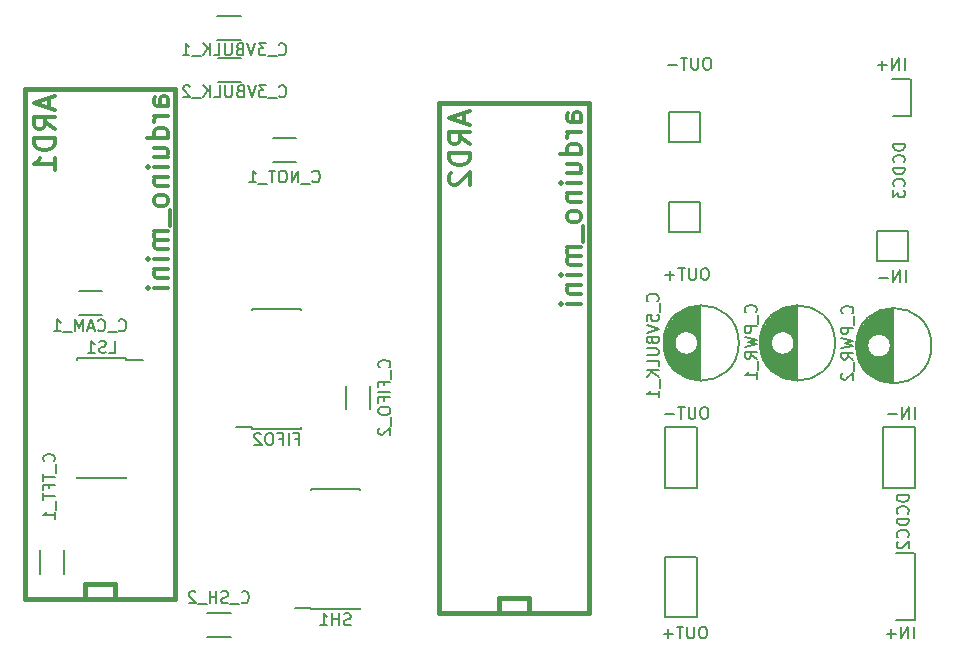
<source format=gbo>
G04 #@! TF.FileFunction,Legend,Bot*
%FSLAX46Y46*%
G04 Gerber Fmt 4.6, Leading zero omitted, Abs format (unit mm)*
G04 Created by KiCad (PCBNEW 4.0.4-stable) date 10/09/16 23:20:07*
%MOMM*%
%LPD*%
G01*
G04 APERTURE LIST*
%ADD10C,0.100000*%
%ADD11C,0.150000*%
%ADD12C,0.381000*%
%ADD13C,0.304800*%
G04 APERTURE END LIST*
D10*
D11*
X77943200Y-72914400D02*
X79943200Y-72914400D01*
X79943200Y-74964400D02*
X77943200Y-74964400D01*
X102599600Y-80965800D02*
X102599600Y-82965800D01*
X100549600Y-82965800D02*
X100549600Y-80965800D01*
X96389700Y-62023100D02*
X94389700Y-62023100D01*
X94389700Y-59973100D02*
X96389700Y-59973100D01*
X138730600Y-74194000D02*
X138730600Y-80492000D01*
X138590600Y-74200000D02*
X138590600Y-80486000D01*
X138450600Y-74213000D02*
X138450600Y-76897000D01*
X138450600Y-77789000D02*
X138450600Y-80473000D01*
X138310600Y-74232000D02*
X138310600Y-76687000D01*
X138310600Y-77999000D02*
X138310600Y-80454000D01*
X138170600Y-74258000D02*
X138170600Y-76554000D01*
X138170600Y-78132000D02*
X138170600Y-80428000D01*
X138030600Y-74290000D02*
X138030600Y-76463000D01*
X138030600Y-78223000D02*
X138030600Y-80396000D01*
X137890600Y-74329000D02*
X137890600Y-76401000D01*
X137890600Y-78285000D02*
X137890600Y-80357000D01*
X137750600Y-74375000D02*
X137750600Y-76362000D01*
X137750600Y-78324000D02*
X137750600Y-80311000D01*
X137610600Y-74428000D02*
X137610600Y-76345000D01*
X137610600Y-78341000D02*
X137610600Y-80258000D01*
X137470600Y-74490000D02*
X137470600Y-76347000D01*
X137470600Y-78339000D02*
X137470600Y-80196000D01*
X137330600Y-74560000D02*
X137330600Y-76369000D01*
X137330600Y-78317000D02*
X137330600Y-80126000D01*
X137190600Y-74639000D02*
X137190600Y-76412000D01*
X137190600Y-78274000D02*
X137190600Y-80047000D01*
X137050600Y-74727000D02*
X137050600Y-76480000D01*
X137050600Y-78206000D02*
X137050600Y-79959000D01*
X136910600Y-74827000D02*
X136910600Y-76579000D01*
X136910600Y-78107000D02*
X136910600Y-79859000D01*
X136770600Y-74939000D02*
X136770600Y-76724000D01*
X136770600Y-77962000D02*
X136770600Y-79747000D01*
X136630600Y-75064000D02*
X136630600Y-76963000D01*
X136630600Y-77723000D02*
X136630600Y-79622000D01*
X136490600Y-75207000D02*
X136490600Y-79479000D01*
X136350600Y-75369000D02*
X136350600Y-79317000D01*
X136210600Y-75557000D02*
X136210600Y-79129000D01*
X136070600Y-75780000D02*
X136070600Y-78906000D01*
X135930600Y-76056000D02*
X135930600Y-78630000D01*
X135790600Y-76431000D02*
X135790600Y-78255000D01*
X138555600Y-77343000D02*
G75*
G03X138555600Y-77343000I-1000000J0D01*
G01*
X141993100Y-77343000D02*
G75*
G03X141993100Y-77343000I-3187500J0D01*
G01*
X146884000Y-74422600D02*
X146884000Y-80720600D01*
X146744000Y-74428600D02*
X146744000Y-80714600D01*
X146604000Y-74441600D02*
X146604000Y-77125600D01*
X146604000Y-78017600D02*
X146604000Y-80701600D01*
X146464000Y-74460600D02*
X146464000Y-76915600D01*
X146464000Y-78227600D02*
X146464000Y-80682600D01*
X146324000Y-74486600D02*
X146324000Y-76782600D01*
X146324000Y-78360600D02*
X146324000Y-80656600D01*
X146184000Y-74518600D02*
X146184000Y-76691600D01*
X146184000Y-78451600D02*
X146184000Y-80624600D01*
X146044000Y-74557600D02*
X146044000Y-76629600D01*
X146044000Y-78513600D02*
X146044000Y-80585600D01*
X145904000Y-74603600D02*
X145904000Y-76590600D01*
X145904000Y-78552600D02*
X145904000Y-80539600D01*
X145764000Y-74656600D02*
X145764000Y-76573600D01*
X145764000Y-78569600D02*
X145764000Y-80486600D01*
X145624000Y-74718600D02*
X145624000Y-76575600D01*
X145624000Y-78567600D02*
X145624000Y-80424600D01*
X145484000Y-74788600D02*
X145484000Y-76597600D01*
X145484000Y-78545600D02*
X145484000Y-80354600D01*
X145344000Y-74867600D02*
X145344000Y-76640600D01*
X145344000Y-78502600D02*
X145344000Y-80275600D01*
X145204000Y-74955600D02*
X145204000Y-76708600D01*
X145204000Y-78434600D02*
X145204000Y-80187600D01*
X145064000Y-75055600D02*
X145064000Y-76807600D01*
X145064000Y-78335600D02*
X145064000Y-80087600D01*
X144924000Y-75167600D02*
X144924000Y-76952600D01*
X144924000Y-78190600D02*
X144924000Y-79975600D01*
X144784000Y-75292600D02*
X144784000Y-77191600D01*
X144784000Y-77951600D02*
X144784000Y-79850600D01*
X144644000Y-75435600D02*
X144644000Y-79707600D01*
X144504000Y-75597600D02*
X144504000Y-79545600D01*
X144364000Y-75785600D02*
X144364000Y-79357600D01*
X144224000Y-76008600D02*
X144224000Y-79134600D01*
X144084000Y-76284600D02*
X144084000Y-78858600D01*
X143944000Y-76659600D02*
X143944000Y-78483600D01*
X146709000Y-77571600D02*
G75*
G03X146709000Y-77571600I-1000000J0D01*
G01*
X150146500Y-77571600D02*
G75*
G03X150146500Y-77571600I-3187500J0D01*
G01*
X88814400Y-100194000D02*
X90814400Y-100194000D01*
X90814400Y-102244000D02*
X88814400Y-102244000D01*
X74667000Y-96910400D02*
X74667000Y-94910400D01*
X76717000Y-94910400D02*
X76717000Y-96910400D01*
X130265200Y-95441600D02*
X130265200Y-100581600D01*
X127565200Y-95441600D02*
X130245200Y-95441600D01*
X130245200Y-100581600D02*
X127565200Y-100581600D01*
X127565200Y-95441600D02*
X127565200Y-100581600D01*
X127565200Y-84441600D02*
X127565200Y-89581600D01*
X130245200Y-89581600D02*
X127565200Y-89581600D01*
X127565200Y-84441600D02*
X130245200Y-84441600D01*
X130265200Y-84441600D02*
X130265200Y-89581600D01*
X148765200Y-84441600D02*
X148765200Y-89581600D01*
X146065200Y-84441600D02*
X148745200Y-84441600D01*
X148745200Y-89581600D02*
X146065200Y-89581600D01*
X146065200Y-84441600D02*
X146065200Y-89581600D01*
X147145200Y-100761600D02*
X148695200Y-100761600D01*
X148695200Y-95161600D02*
X147145200Y-95161600D01*
X148745200Y-95161600D02*
X148745200Y-100761600D01*
X127909600Y-57769600D02*
X130589600Y-57769600D01*
X130589600Y-57769600D02*
X130589600Y-60309600D01*
X130589600Y-60309600D02*
X127909600Y-60309600D01*
X127909600Y-60309600D02*
X127909600Y-57769600D01*
X127909600Y-67909600D02*
X127909600Y-65369600D01*
X130589600Y-67909600D02*
X127909600Y-67909600D01*
X130589600Y-65369600D02*
X130589600Y-67909600D01*
X127909600Y-65369600D02*
X130589600Y-65369600D01*
X145509600Y-67869600D02*
X148189600Y-67869600D01*
X148189600Y-67869600D02*
X148189600Y-70409600D01*
X148189600Y-70409600D02*
X145509600Y-70409600D01*
X145509600Y-70409600D02*
X145509600Y-67869600D01*
X146889600Y-58089600D02*
X148439600Y-58089600D01*
X148339600Y-54989600D02*
X146789600Y-54989600D01*
X148389600Y-54989600D02*
X148389600Y-58089600D01*
X92641600Y-84602400D02*
X92641600Y-84497400D01*
X96791600Y-84602400D02*
X96791600Y-84497400D01*
X96791600Y-74452400D02*
X96791600Y-74557400D01*
X92641600Y-74452400D02*
X92641600Y-74557400D01*
X92641600Y-84602400D02*
X96791600Y-84602400D01*
X92641600Y-74452400D02*
X96791600Y-74452400D01*
X92641600Y-84497400D02*
X91266600Y-84497400D01*
X81983400Y-78643400D02*
X81983400Y-78748400D01*
X77833400Y-78643400D02*
X77833400Y-78748400D01*
X77833400Y-88793400D02*
X77833400Y-88688400D01*
X81983400Y-88793400D02*
X81983400Y-88688400D01*
X81983400Y-78643400D02*
X77833400Y-78643400D01*
X81983400Y-88793400D02*
X77833400Y-88793400D01*
X81983400Y-78748400D02*
X83358400Y-78748400D01*
X97620000Y-99867800D02*
X97620000Y-99762800D01*
X101770000Y-99867800D02*
X101770000Y-99762800D01*
X101770000Y-89717800D02*
X101770000Y-89822800D01*
X97620000Y-89717800D02*
X97620000Y-89822800D01*
X97620000Y-99867800D02*
X101770000Y-99867800D01*
X97620000Y-89717800D02*
X101770000Y-89717800D01*
X97620000Y-99762800D02*
X96245000Y-99762800D01*
D12*
X86106000Y-99060000D02*
X86106000Y-55880000D01*
X86106000Y-55880000D02*
X73406000Y-55880000D01*
X73406000Y-55880000D02*
X73406000Y-99060000D01*
X73406000Y-99060000D02*
X86106000Y-99060000D01*
X78486000Y-99060000D02*
X78486000Y-97790000D01*
X78486000Y-97790000D02*
X81026000Y-97790000D01*
X81026000Y-97790000D02*
X81026000Y-99060000D01*
X121132600Y-100203000D02*
X121132600Y-57023000D01*
X121132600Y-57023000D02*
X108432600Y-57023000D01*
X108432600Y-57023000D02*
X108432600Y-100203000D01*
X108432600Y-100203000D02*
X121132600Y-100203000D01*
X113512600Y-100203000D02*
X113512600Y-98933000D01*
X113512600Y-98933000D02*
X116052600Y-98933000D01*
X116052600Y-98933000D02*
X116052600Y-100203000D01*
D11*
X91678000Y-51698000D02*
X89678000Y-51698000D01*
X89678000Y-49648000D02*
X91678000Y-49648000D01*
X91716100Y-55279400D02*
X89716100Y-55279400D01*
X89716100Y-53229400D02*
X91716100Y-53229400D01*
X130577200Y-74194000D02*
X130577200Y-80492000D01*
X130437200Y-74200000D02*
X130437200Y-80486000D01*
X130297200Y-74213000D02*
X130297200Y-76897000D01*
X130297200Y-77789000D02*
X130297200Y-80473000D01*
X130157200Y-74232000D02*
X130157200Y-76687000D01*
X130157200Y-77999000D02*
X130157200Y-80454000D01*
X130017200Y-74258000D02*
X130017200Y-76554000D01*
X130017200Y-78132000D02*
X130017200Y-80428000D01*
X129877200Y-74290000D02*
X129877200Y-76463000D01*
X129877200Y-78223000D02*
X129877200Y-80396000D01*
X129737200Y-74329000D02*
X129737200Y-76401000D01*
X129737200Y-78285000D02*
X129737200Y-80357000D01*
X129597200Y-74375000D02*
X129597200Y-76362000D01*
X129597200Y-78324000D02*
X129597200Y-80311000D01*
X129457200Y-74428000D02*
X129457200Y-76345000D01*
X129457200Y-78341000D02*
X129457200Y-80258000D01*
X129317200Y-74490000D02*
X129317200Y-76347000D01*
X129317200Y-78339000D02*
X129317200Y-80196000D01*
X129177200Y-74560000D02*
X129177200Y-76369000D01*
X129177200Y-78317000D02*
X129177200Y-80126000D01*
X129037200Y-74639000D02*
X129037200Y-76412000D01*
X129037200Y-78274000D02*
X129037200Y-80047000D01*
X128897200Y-74727000D02*
X128897200Y-76480000D01*
X128897200Y-78206000D02*
X128897200Y-79959000D01*
X128757200Y-74827000D02*
X128757200Y-76579000D01*
X128757200Y-78107000D02*
X128757200Y-79859000D01*
X128617200Y-74939000D02*
X128617200Y-76724000D01*
X128617200Y-77962000D02*
X128617200Y-79747000D01*
X128477200Y-75064000D02*
X128477200Y-76963000D01*
X128477200Y-77723000D02*
X128477200Y-79622000D01*
X128337200Y-75207000D02*
X128337200Y-79479000D01*
X128197200Y-75369000D02*
X128197200Y-79317000D01*
X128057200Y-75557000D02*
X128057200Y-79129000D01*
X127917200Y-75780000D02*
X127917200Y-78906000D01*
X127777200Y-76056000D02*
X127777200Y-78630000D01*
X127637200Y-76431000D02*
X127637200Y-78255000D01*
X130402200Y-77343000D02*
G75*
G03X130402200Y-77343000I-1000000J0D01*
G01*
X133839700Y-77343000D02*
G75*
G03X133839700Y-77343000I-3187500J0D01*
G01*
X81346371Y-76252343D02*
X81393990Y-76299962D01*
X81536847Y-76347581D01*
X81632085Y-76347581D01*
X81774943Y-76299962D01*
X81870181Y-76204724D01*
X81917800Y-76109486D01*
X81965419Y-75919010D01*
X81965419Y-75776152D01*
X81917800Y-75585676D01*
X81870181Y-75490438D01*
X81774943Y-75395200D01*
X81632085Y-75347581D01*
X81536847Y-75347581D01*
X81393990Y-75395200D01*
X81346371Y-75442819D01*
X81155895Y-76442819D02*
X80393990Y-76442819D01*
X79584466Y-76252343D02*
X79632085Y-76299962D01*
X79774942Y-76347581D01*
X79870180Y-76347581D01*
X80013038Y-76299962D01*
X80108276Y-76204724D01*
X80155895Y-76109486D01*
X80203514Y-75919010D01*
X80203514Y-75776152D01*
X80155895Y-75585676D01*
X80108276Y-75490438D01*
X80013038Y-75395200D01*
X79870180Y-75347581D01*
X79774942Y-75347581D01*
X79632085Y-75395200D01*
X79584466Y-75442819D01*
X79203514Y-76061867D02*
X78727323Y-76061867D01*
X79298752Y-76347581D02*
X78965419Y-75347581D01*
X78632085Y-76347581D01*
X78298752Y-76347581D02*
X78298752Y-75347581D01*
X77965418Y-76061867D01*
X77632085Y-75347581D01*
X77632085Y-76347581D01*
X77393990Y-76442819D02*
X76632085Y-76442819D01*
X75870180Y-76347581D02*
X76441609Y-76347581D01*
X76155895Y-76347581D02*
X76155895Y-75347581D01*
X76251133Y-75490438D01*
X76346371Y-75585676D01*
X76441609Y-75633295D01*
X104231743Y-79418181D02*
X104279362Y-79370562D01*
X104326981Y-79227705D01*
X104326981Y-79132467D01*
X104279362Y-78989609D01*
X104184124Y-78894371D01*
X104088886Y-78846752D01*
X103898410Y-78799133D01*
X103755552Y-78799133D01*
X103565076Y-78846752D01*
X103469838Y-78894371D01*
X103374600Y-78989609D01*
X103326981Y-79132467D01*
X103326981Y-79227705D01*
X103374600Y-79370562D01*
X103422219Y-79418181D01*
X104422219Y-79608657D02*
X104422219Y-80370562D01*
X103803171Y-80941991D02*
X103803171Y-80608657D01*
X104326981Y-80608657D02*
X103326981Y-80608657D01*
X103326981Y-81084848D01*
X104326981Y-81465800D02*
X103326981Y-81465800D01*
X103803171Y-82275324D02*
X103803171Y-81941990D01*
X104326981Y-81941990D02*
X103326981Y-81941990D01*
X103326981Y-82418181D01*
X103326981Y-82989609D02*
X103326981Y-83180086D01*
X103374600Y-83275324D01*
X103469838Y-83370562D01*
X103660314Y-83418181D01*
X103993648Y-83418181D01*
X104184124Y-83370562D01*
X104279362Y-83275324D01*
X104326981Y-83180086D01*
X104326981Y-82989609D01*
X104279362Y-82894371D01*
X104184124Y-82799133D01*
X103993648Y-82751514D01*
X103660314Y-82751514D01*
X103469838Y-82799133D01*
X103374600Y-82894371D01*
X103326981Y-82989609D01*
X104422219Y-83608657D02*
X104422219Y-84370562D01*
X103422219Y-84561038D02*
X103374600Y-84608657D01*
X103326981Y-84703895D01*
X103326981Y-84941991D01*
X103374600Y-85037229D01*
X103422219Y-85084848D01*
X103517457Y-85132467D01*
X103612695Y-85132467D01*
X103755552Y-85084848D01*
X104326981Y-84513419D01*
X104326981Y-85132467D01*
X97746843Y-63655243D02*
X97794462Y-63702862D01*
X97937319Y-63750481D01*
X98032557Y-63750481D01*
X98175415Y-63702862D01*
X98270653Y-63607624D01*
X98318272Y-63512386D01*
X98365891Y-63321910D01*
X98365891Y-63179052D01*
X98318272Y-62988576D01*
X98270653Y-62893338D01*
X98175415Y-62798100D01*
X98032557Y-62750481D01*
X97937319Y-62750481D01*
X97794462Y-62798100D01*
X97746843Y-62845719D01*
X97556367Y-63845719D02*
X96794462Y-63845719D01*
X96556367Y-63750481D02*
X96556367Y-62750481D01*
X95984938Y-63750481D01*
X95984938Y-62750481D01*
X95318272Y-62750481D02*
X95127795Y-62750481D01*
X95032557Y-62798100D01*
X94937319Y-62893338D01*
X94889700Y-63083814D01*
X94889700Y-63417148D01*
X94937319Y-63607624D01*
X95032557Y-63702862D01*
X95127795Y-63750481D01*
X95318272Y-63750481D01*
X95413510Y-63702862D01*
X95508748Y-63607624D01*
X95556367Y-63417148D01*
X95556367Y-63083814D01*
X95508748Y-62893338D01*
X95413510Y-62798100D01*
X95318272Y-62750481D01*
X94603986Y-62750481D02*
X94032557Y-62750481D01*
X94318272Y-63750481D02*
X94318272Y-62750481D01*
X93937319Y-63845719D02*
X93175414Y-63845719D01*
X92413509Y-63750481D02*
X92984938Y-63750481D01*
X92699224Y-63750481D02*
X92699224Y-62750481D01*
X92794462Y-62893338D01*
X92889700Y-62988576D01*
X92984938Y-63036195D01*
X135256543Y-74754100D02*
X135304162Y-74706481D01*
X135351781Y-74563624D01*
X135351781Y-74468386D01*
X135304162Y-74325528D01*
X135208924Y-74230290D01*
X135113686Y-74182671D01*
X134923210Y-74135052D01*
X134780352Y-74135052D01*
X134589876Y-74182671D01*
X134494638Y-74230290D01*
X134399400Y-74325528D01*
X134351781Y-74468386D01*
X134351781Y-74563624D01*
X134399400Y-74706481D01*
X134447019Y-74754100D01*
X135447019Y-74944576D02*
X135447019Y-75706481D01*
X135351781Y-75944576D02*
X134351781Y-75944576D01*
X134351781Y-76325529D01*
X134399400Y-76420767D01*
X134447019Y-76468386D01*
X134542257Y-76516005D01*
X134685114Y-76516005D01*
X134780352Y-76468386D01*
X134827971Y-76420767D01*
X134875590Y-76325529D01*
X134875590Y-75944576D01*
X134351781Y-76849338D02*
X135351781Y-77087433D01*
X134637495Y-77277910D01*
X135351781Y-77468386D01*
X134351781Y-77706481D01*
X135351781Y-78658862D02*
X134875590Y-78325528D01*
X135351781Y-78087433D02*
X134351781Y-78087433D01*
X134351781Y-78468386D01*
X134399400Y-78563624D01*
X134447019Y-78611243D01*
X134542257Y-78658862D01*
X134685114Y-78658862D01*
X134780352Y-78611243D01*
X134827971Y-78563624D01*
X134875590Y-78468386D01*
X134875590Y-78087433D01*
X135447019Y-78849338D02*
X135447019Y-79611243D01*
X135351781Y-80373148D02*
X135351781Y-79801719D01*
X135351781Y-80087433D02*
X134351781Y-80087433D01*
X134494638Y-79992195D01*
X134589876Y-79896957D01*
X134637495Y-79801719D01*
X143435343Y-74843000D02*
X143482962Y-74795381D01*
X143530581Y-74652524D01*
X143530581Y-74557286D01*
X143482962Y-74414428D01*
X143387724Y-74319190D01*
X143292486Y-74271571D01*
X143102010Y-74223952D01*
X142959152Y-74223952D01*
X142768676Y-74271571D01*
X142673438Y-74319190D01*
X142578200Y-74414428D01*
X142530581Y-74557286D01*
X142530581Y-74652524D01*
X142578200Y-74795381D01*
X142625819Y-74843000D01*
X143625819Y-75033476D02*
X143625819Y-75795381D01*
X143530581Y-76033476D02*
X142530581Y-76033476D01*
X142530581Y-76414429D01*
X142578200Y-76509667D01*
X142625819Y-76557286D01*
X142721057Y-76604905D01*
X142863914Y-76604905D01*
X142959152Y-76557286D01*
X143006771Y-76509667D01*
X143054390Y-76414429D01*
X143054390Y-76033476D01*
X142530581Y-76938238D02*
X143530581Y-77176333D01*
X142816295Y-77366810D01*
X143530581Y-77557286D01*
X142530581Y-77795381D01*
X143530581Y-78747762D02*
X143054390Y-78414428D01*
X143530581Y-78176333D02*
X142530581Y-78176333D01*
X142530581Y-78557286D01*
X142578200Y-78652524D01*
X142625819Y-78700143D01*
X142721057Y-78747762D01*
X142863914Y-78747762D01*
X142959152Y-78700143D01*
X143006771Y-78652524D01*
X143054390Y-78557286D01*
X143054390Y-78176333D01*
X143625819Y-78938238D02*
X143625819Y-79700143D01*
X142625819Y-79890619D02*
X142578200Y-79938238D01*
X142530581Y-80033476D01*
X142530581Y-80271572D01*
X142578200Y-80366810D01*
X142625819Y-80414429D01*
X142721057Y-80462048D01*
X142816295Y-80462048D01*
X142959152Y-80414429D01*
X143530581Y-79843000D01*
X143530581Y-80462048D01*
X91742971Y-99276143D02*
X91790590Y-99323762D01*
X91933447Y-99371381D01*
X92028685Y-99371381D01*
X92171543Y-99323762D01*
X92266781Y-99228524D01*
X92314400Y-99133286D01*
X92362019Y-98942810D01*
X92362019Y-98799952D01*
X92314400Y-98609476D01*
X92266781Y-98514238D01*
X92171543Y-98419000D01*
X92028685Y-98371381D01*
X91933447Y-98371381D01*
X91790590Y-98419000D01*
X91742971Y-98466619D01*
X91552495Y-99466619D02*
X90790590Y-99466619D01*
X90600114Y-99323762D02*
X90457257Y-99371381D01*
X90219161Y-99371381D01*
X90123923Y-99323762D01*
X90076304Y-99276143D01*
X90028685Y-99180905D01*
X90028685Y-99085667D01*
X90076304Y-98990429D01*
X90123923Y-98942810D01*
X90219161Y-98895190D01*
X90409638Y-98847571D01*
X90504876Y-98799952D01*
X90552495Y-98752333D01*
X90600114Y-98657095D01*
X90600114Y-98561857D01*
X90552495Y-98466619D01*
X90504876Y-98419000D01*
X90409638Y-98371381D01*
X90171542Y-98371381D01*
X90028685Y-98419000D01*
X89600114Y-99371381D02*
X89600114Y-98371381D01*
X89600114Y-98847571D02*
X89028685Y-98847571D01*
X89028685Y-99371381D02*
X89028685Y-98371381D01*
X88790590Y-99466619D02*
X88028685Y-99466619D01*
X87838209Y-98466619D02*
X87790590Y-98419000D01*
X87695352Y-98371381D01*
X87457256Y-98371381D01*
X87362018Y-98419000D01*
X87314399Y-98466619D01*
X87266780Y-98561857D01*
X87266780Y-98657095D01*
X87314399Y-98799952D01*
X87885828Y-99371381D01*
X87266780Y-99371381D01*
X75845943Y-87377852D02*
X75893562Y-87330233D01*
X75941181Y-87187376D01*
X75941181Y-87092138D01*
X75893562Y-86949280D01*
X75798324Y-86854042D01*
X75703086Y-86806423D01*
X75512610Y-86758804D01*
X75369752Y-86758804D01*
X75179276Y-86806423D01*
X75084038Y-86854042D01*
X74988800Y-86949280D01*
X74941181Y-87092138D01*
X74941181Y-87187376D01*
X74988800Y-87330233D01*
X75036419Y-87377852D01*
X76036419Y-87568328D02*
X76036419Y-88330233D01*
X74941181Y-88425471D02*
X74941181Y-88996900D01*
X75941181Y-88711185D02*
X74941181Y-88711185D01*
X75417371Y-89663567D02*
X75417371Y-89330233D01*
X75941181Y-89330233D02*
X74941181Y-89330233D01*
X74941181Y-89806424D01*
X74941181Y-90044519D02*
X74941181Y-90615948D01*
X75941181Y-90330233D02*
X74941181Y-90330233D01*
X76036419Y-90711186D02*
X76036419Y-91473091D01*
X75941181Y-92234996D02*
X75941181Y-91663567D01*
X75941181Y-91949281D02*
X74941181Y-91949281D01*
X75084038Y-91854043D01*
X75179276Y-91758805D01*
X75226895Y-91663567D01*
X148229581Y-90217905D02*
X147229581Y-90217905D01*
X147229581Y-90456000D01*
X147277200Y-90598858D01*
X147372438Y-90694096D01*
X147467676Y-90741715D01*
X147658152Y-90789334D01*
X147801010Y-90789334D01*
X147991486Y-90741715D01*
X148086724Y-90694096D01*
X148181962Y-90598858D01*
X148229581Y-90456000D01*
X148229581Y-90217905D01*
X148134343Y-91789334D02*
X148181962Y-91741715D01*
X148229581Y-91598858D01*
X148229581Y-91503620D01*
X148181962Y-91360762D01*
X148086724Y-91265524D01*
X147991486Y-91217905D01*
X147801010Y-91170286D01*
X147658152Y-91170286D01*
X147467676Y-91217905D01*
X147372438Y-91265524D01*
X147277200Y-91360762D01*
X147229581Y-91503620D01*
X147229581Y-91598858D01*
X147277200Y-91741715D01*
X147324819Y-91789334D01*
X148229581Y-92217905D02*
X147229581Y-92217905D01*
X147229581Y-92456000D01*
X147277200Y-92598858D01*
X147372438Y-92694096D01*
X147467676Y-92741715D01*
X147658152Y-92789334D01*
X147801010Y-92789334D01*
X147991486Y-92741715D01*
X148086724Y-92694096D01*
X148181962Y-92598858D01*
X148229581Y-92456000D01*
X148229581Y-92217905D01*
X148134343Y-93789334D02*
X148181962Y-93741715D01*
X148229581Y-93598858D01*
X148229581Y-93503620D01*
X148181962Y-93360762D01*
X148086724Y-93265524D01*
X147991486Y-93217905D01*
X147801010Y-93170286D01*
X147658152Y-93170286D01*
X147467676Y-93217905D01*
X147372438Y-93265524D01*
X147277200Y-93360762D01*
X147229581Y-93503620D01*
X147229581Y-93598858D01*
X147277200Y-93741715D01*
X147324819Y-93789334D01*
X147324819Y-94170286D02*
X147277200Y-94217905D01*
X147229581Y-94313143D01*
X147229581Y-94551239D01*
X147277200Y-94646477D01*
X147324819Y-94694096D01*
X147420057Y-94741715D01*
X147515295Y-94741715D01*
X147658152Y-94694096D01*
X148229581Y-94122667D01*
X148229581Y-94741715D01*
X131014248Y-82763981D02*
X130823771Y-82763981D01*
X130728533Y-82811600D01*
X130633295Y-82906838D01*
X130585676Y-83097314D01*
X130585676Y-83430648D01*
X130633295Y-83621124D01*
X130728533Y-83716362D01*
X130823771Y-83763981D01*
X131014248Y-83763981D01*
X131109486Y-83716362D01*
X131204724Y-83621124D01*
X131252343Y-83430648D01*
X131252343Y-83097314D01*
X131204724Y-82906838D01*
X131109486Y-82811600D01*
X131014248Y-82763981D01*
X130157105Y-82763981D02*
X130157105Y-83573505D01*
X130109486Y-83668743D01*
X130061867Y-83716362D01*
X129966629Y-83763981D01*
X129776152Y-83763981D01*
X129680914Y-83716362D01*
X129633295Y-83668743D01*
X129585676Y-83573505D01*
X129585676Y-82763981D01*
X129252343Y-82763981D02*
X128680914Y-82763981D01*
X128966629Y-83763981D02*
X128966629Y-82763981D01*
X128347581Y-83383029D02*
X127585676Y-83383029D01*
X130914248Y-101363981D02*
X130723771Y-101363981D01*
X130628533Y-101411600D01*
X130533295Y-101506838D01*
X130485676Y-101697314D01*
X130485676Y-102030648D01*
X130533295Y-102221124D01*
X130628533Y-102316362D01*
X130723771Y-102363981D01*
X130914248Y-102363981D01*
X131009486Y-102316362D01*
X131104724Y-102221124D01*
X131152343Y-102030648D01*
X131152343Y-101697314D01*
X131104724Y-101506838D01*
X131009486Y-101411600D01*
X130914248Y-101363981D01*
X130057105Y-101363981D02*
X130057105Y-102173505D01*
X130009486Y-102268743D01*
X129961867Y-102316362D01*
X129866629Y-102363981D01*
X129676152Y-102363981D01*
X129580914Y-102316362D01*
X129533295Y-102268743D01*
X129485676Y-102173505D01*
X129485676Y-101363981D01*
X129152343Y-101363981D02*
X128580914Y-101363981D01*
X128866629Y-102363981D02*
X128866629Y-101363981D01*
X128247581Y-101983029D02*
X127485676Y-101983029D01*
X127866628Y-102363981D02*
X127866628Y-101602076D01*
X148738057Y-83763981D02*
X148738057Y-82763981D01*
X148261867Y-83763981D02*
X148261867Y-82763981D01*
X147690438Y-83763981D01*
X147690438Y-82763981D01*
X147214248Y-83383029D02*
X146452343Y-83383029D01*
X148638057Y-102363981D02*
X148638057Y-101363981D01*
X148161867Y-102363981D02*
X148161867Y-101363981D01*
X147590438Y-102363981D01*
X147590438Y-101363981D01*
X147114248Y-101983029D02*
X146352343Y-101983029D01*
X146733295Y-102363981D02*
X146733295Y-101602076D01*
X147899381Y-60487205D02*
X146899381Y-60487205D01*
X146899381Y-60725300D01*
X146947000Y-60868158D01*
X147042238Y-60963396D01*
X147137476Y-61011015D01*
X147327952Y-61058634D01*
X147470810Y-61058634D01*
X147661286Y-61011015D01*
X147756524Y-60963396D01*
X147851762Y-60868158D01*
X147899381Y-60725300D01*
X147899381Y-60487205D01*
X147804143Y-62058634D02*
X147851762Y-62011015D01*
X147899381Y-61868158D01*
X147899381Y-61772920D01*
X147851762Y-61630062D01*
X147756524Y-61534824D01*
X147661286Y-61487205D01*
X147470810Y-61439586D01*
X147327952Y-61439586D01*
X147137476Y-61487205D01*
X147042238Y-61534824D01*
X146947000Y-61630062D01*
X146899381Y-61772920D01*
X146899381Y-61868158D01*
X146947000Y-62011015D01*
X146994619Y-62058634D01*
X147899381Y-62487205D02*
X146899381Y-62487205D01*
X146899381Y-62725300D01*
X146947000Y-62868158D01*
X147042238Y-62963396D01*
X147137476Y-63011015D01*
X147327952Y-63058634D01*
X147470810Y-63058634D01*
X147661286Y-63011015D01*
X147756524Y-62963396D01*
X147851762Y-62868158D01*
X147899381Y-62725300D01*
X147899381Y-62487205D01*
X147804143Y-64058634D02*
X147851762Y-64011015D01*
X147899381Y-63868158D01*
X147899381Y-63772920D01*
X147851762Y-63630062D01*
X147756524Y-63534824D01*
X147661286Y-63487205D01*
X147470810Y-63439586D01*
X147327952Y-63439586D01*
X147137476Y-63487205D01*
X147042238Y-63534824D01*
X146947000Y-63630062D01*
X146899381Y-63772920D01*
X146899381Y-63868158D01*
X146947000Y-64011015D01*
X146994619Y-64058634D01*
X146899381Y-64391967D02*
X146899381Y-65011015D01*
X147280333Y-64677681D01*
X147280333Y-64820539D01*
X147327952Y-64915777D01*
X147375571Y-64963396D01*
X147470810Y-65011015D01*
X147708905Y-65011015D01*
X147804143Y-64963396D01*
X147851762Y-64915777D01*
X147899381Y-64820539D01*
X147899381Y-64534824D01*
X147851762Y-64439586D01*
X147804143Y-64391967D01*
X131258648Y-53191981D02*
X131068171Y-53191981D01*
X130972933Y-53239600D01*
X130877695Y-53334838D01*
X130830076Y-53525314D01*
X130830076Y-53858648D01*
X130877695Y-54049124D01*
X130972933Y-54144362D01*
X131068171Y-54191981D01*
X131258648Y-54191981D01*
X131353886Y-54144362D01*
X131449124Y-54049124D01*
X131496743Y-53858648D01*
X131496743Y-53525314D01*
X131449124Y-53334838D01*
X131353886Y-53239600D01*
X131258648Y-53191981D01*
X130401505Y-53191981D02*
X130401505Y-54001505D01*
X130353886Y-54096743D01*
X130306267Y-54144362D01*
X130211029Y-54191981D01*
X130020552Y-54191981D01*
X129925314Y-54144362D01*
X129877695Y-54096743D01*
X129830076Y-54001505D01*
X129830076Y-53191981D01*
X129496743Y-53191981D02*
X128925314Y-53191981D01*
X129211029Y-54191981D02*
X129211029Y-53191981D01*
X128591981Y-53811029D02*
X127830076Y-53811029D01*
X131058648Y-70991981D02*
X130868171Y-70991981D01*
X130772933Y-71039600D01*
X130677695Y-71134838D01*
X130630076Y-71325314D01*
X130630076Y-71658648D01*
X130677695Y-71849124D01*
X130772933Y-71944362D01*
X130868171Y-71991981D01*
X131058648Y-71991981D01*
X131153886Y-71944362D01*
X131249124Y-71849124D01*
X131296743Y-71658648D01*
X131296743Y-71325314D01*
X131249124Y-71134838D01*
X131153886Y-71039600D01*
X131058648Y-70991981D01*
X130201505Y-70991981D02*
X130201505Y-71801505D01*
X130153886Y-71896743D01*
X130106267Y-71944362D01*
X130011029Y-71991981D01*
X129820552Y-71991981D01*
X129725314Y-71944362D01*
X129677695Y-71896743D01*
X129630076Y-71801505D01*
X129630076Y-70991981D01*
X129296743Y-70991981D02*
X128725314Y-70991981D01*
X129011029Y-71991981D02*
X129011029Y-70991981D01*
X128391981Y-71611029D02*
X127630076Y-71611029D01*
X128011028Y-71991981D02*
X128011028Y-71230076D01*
X147982457Y-72191981D02*
X147982457Y-71191981D01*
X147506267Y-72191981D02*
X147506267Y-71191981D01*
X146934838Y-72191981D01*
X146934838Y-71191981D01*
X146458648Y-71811029D02*
X145696743Y-71811029D01*
X147882457Y-54191981D02*
X147882457Y-53191981D01*
X147406267Y-54191981D02*
X147406267Y-53191981D01*
X146834838Y-54191981D01*
X146834838Y-53191981D01*
X146358648Y-53811029D02*
X145596743Y-53811029D01*
X145977695Y-54191981D02*
X145977695Y-53430076D01*
X96240409Y-85455971D02*
X96573743Y-85455971D01*
X96573743Y-85979781D02*
X96573743Y-84979781D01*
X96097552Y-84979781D01*
X95716600Y-85979781D02*
X95716600Y-84979781D01*
X94907076Y-85455971D02*
X95240410Y-85455971D01*
X95240410Y-85979781D02*
X95240410Y-84979781D01*
X94764219Y-84979781D01*
X94192791Y-84979781D02*
X94002314Y-84979781D01*
X93907076Y-85027400D01*
X93811838Y-85122638D01*
X93764219Y-85313114D01*
X93764219Y-85646448D01*
X93811838Y-85836924D01*
X93907076Y-85932162D01*
X94002314Y-85979781D01*
X94192791Y-85979781D01*
X94288029Y-85932162D01*
X94383267Y-85836924D01*
X94430886Y-85646448D01*
X94430886Y-85313114D01*
X94383267Y-85122638D01*
X94288029Y-85027400D01*
X94192791Y-84979781D01*
X93383267Y-85075019D02*
X93335648Y-85027400D01*
X93240410Y-84979781D01*
X93002314Y-84979781D01*
X92907076Y-85027400D01*
X92859457Y-85075019D01*
X92811838Y-85170257D01*
X92811838Y-85265495D01*
X92859457Y-85408352D01*
X93430886Y-85979781D01*
X92811838Y-85979781D01*
X80551257Y-78170781D02*
X81027448Y-78170781D01*
X81027448Y-77170781D01*
X80265543Y-78123162D02*
X80122686Y-78170781D01*
X79884590Y-78170781D01*
X79789352Y-78123162D01*
X79741733Y-78075543D01*
X79694114Y-77980305D01*
X79694114Y-77885067D01*
X79741733Y-77789829D01*
X79789352Y-77742210D01*
X79884590Y-77694590D01*
X80075067Y-77646971D01*
X80170305Y-77599352D01*
X80217924Y-77551733D01*
X80265543Y-77456495D01*
X80265543Y-77361257D01*
X80217924Y-77266019D01*
X80170305Y-77218400D01*
X80075067Y-77170781D01*
X79836971Y-77170781D01*
X79694114Y-77218400D01*
X78741733Y-78170781D02*
X79313162Y-78170781D01*
X79027448Y-78170781D02*
X79027448Y-77170781D01*
X79122686Y-77313638D01*
X79217924Y-77408876D01*
X79313162Y-77456495D01*
X100980714Y-101197562D02*
X100837857Y-101245181D01*
X100599761Y-101245181D01*
X100504523Y-101197562D01*
X100456904Y-101149943D01*
X100409285Y-101054705D01*
X100409285Y-100959467D01*
X100456904Y-100864229D01*
X100504523Y-100816610D01*
X100599761Y-100768990D01*
X100790238Y-100721371D01*
X100885476Y-100673752D01*
X100933095Y-100626133D01*
X100980714Y-100530895D01*
X100980714Y-100435657D01*
X100933095Y-100340419D01*
X100885476Y-100292800D01*
X100790238Y-100245181D01*
X100552142Y-100245181D01*
X100409285Y-100292800D01*
X99980714Y-101245181D02*
X99980714Y-100245181D01*
X99980714Y-100721371D02*
X99409285Y-100721371D01*
X99409285Y-101245181D02*
X99409285Y-100245181D01*
X98409285Y-101245181D02*
X98980714Y-101245181D01*
X98695000Y-101245181D02*
X98695000Y-100245181D01*
X98790238Y-100388038D01*
X98885476Y-100483276D01*
X98980714Y-100530895D01*
D13*
X75429533Y-56629301D02*
X75429533Y-57475967D01*
X75937533Y-56459967D02*
X74159533Y-57052634D01*
X75937533Y-57645301D01*
X75937533Y-59253967D02*
X75090867Y-58661301D01*
X75937533Y-58237967D02*
X74159533Y-58237967D01*
X74159533Y-58915301D01*
X74244200Y-59084634D01*
X74328867Y-59169301D01*
X74498200Y-59253967D01*
X74752200Y-59253967D01*
X74921533Y-59169301D01*
X75006200Y-59084634D01*
X75090867Y-58915301D01*
X75090867Y-58237967D01*
X75937533Y-60015967D02*
X74159533Y-60015967D01*
X74159533Y-60439301D01*
X74244200Y-60693301D01*
X74413533Y-60862634D01*
X74582867Y-60947301D01*
X74921533Y-61031967D01*
X75175533Y-61031967D01*
X75514200Y-60947301D01*
X75683533Y-60862634D01*
X75852867Y-60693301D01*
X75937533Y-60439301D01*
X75937533Y-60015967D01*
X75937533Y-62725301D02*
X75937533Y-61709301D01*
X75937533Y-62217301D02*
X74159533Y-62217301D01*
X74413533Y-62047967D01*
X74582867Y-61878634D01*
X74667533Y-61709301D01*
X85513333Y-57268531D02*
X84582000Y-57268531D01*
X84412667Y-57183865D01*
X84328000Y-57014531D01*
X84328000Y-56675865D01*
X84412667Y-56506531D01*
X85428667Y-57268531D02*
X85513333Y-57099198D01*
X85513333Y-56675865D01*
X85428667Y-56506531D01*
X85259333Y-56421865D01*
X85090000Y-56421865D01*
X84920667Y-56506531D01*
X84836000Y-56675865D01*
X84836000Y-57099198D01*
X84751333Y-57268531D01*
X85513333Y-58115198D02*
X84328000Y-58115198D01*
X84666667Y-58115198D02*
X84497333Y-58199865D01*
X84412667Y-58284532D01*
X84328000Y-58453865D01*
X84328000Y-58623198D01*
X85513333Y-59977865D02*
X83735333Y-59977865D01*
X85428667Y-59977865D02*
X85513333Y-59808532D01*
X85513333Y-59469865D01*
X85428667Y-59300532D01*
X85344000Y-59215865D01*
X85174667Y-59131199D01*
X84666667Y-59131199D01*
X84497333Y-59215865D01*
X84412667Y-59300532D01*
X84328000Y-59469865D01*
X84328000Y-59808532D01*
X84412667Y-59977865D01*
X84328000Y-61586532D02*
X85513333Y-61586532D01*
X84328000Y-60824532D02*
X85259333Y-60824532D01*
X85428667Y-60909199D01*
X85513333Y-61078532D01*
X85513333Y-61332532D01*
X85428667Y-61501866D01*
X85344000Y-61586532D01*
X85513333Y-62433199D02*
X84328000Y-62433199D01*
X83735333Y-62433199D02*
X83820000Y-62348533D01*
X83904667Y-62433199D01*
X83820000Y-62517866D01*
X83735333Y-62433199D01*
X83904667Y-62433199D01*
X84328000Y-63279866D02*
X85513333Y-63279866D01*
X84497333Y-63279866D02*
X84412667Y-63364533D01*
X84328000Y-63533866D01*
X84328000Y-63787866D01*
X84412667Y-63957200D01*
X84582000Y-64041866D01*
X85513333Y-64041866D01*
X85513333Y-65142533D02*
X85428667Y-64973200D01*
X85344000Y-64888533D01*
X85174667Y-64803867D01*
X84666667Y-64803867D01*
X84497333Y-64888533D01*
X84412667Y-64973200D01*
X84328000Y-65142533D01*
X84328000Y-65396533D01*
X84412667Y-65565867D01*
X84497333Y-65650533D01*
X84666667Y-65735200D01*
X85174667Y-65735200D01*
X85344000Y-65650533D01*
X85428667Y-65565867D01*
X85513333Y-65396533D01*
X85513333Y-65142533D01*
X85682667Y-66073867D02*
X85682667Y-67428534D01*
X85513333Y-67851867D02*
X84328000Y-67851867D01*
X84497333Y-67851867D02*
X84412667Y-67936534D01*
X84328000Y-68105867D01*
X84328000Y-68359867D01*
X84412667Y-68529201D01*
X84582000Y-68613867D01*
X85513333Y-68613867D01*
X84582000Y-68613867D02*
X84412667Y-68698534D01*
X84328000Y-68867867D01*
X84328000Y-69121867D01*
X84412667Y-69291201D01*
X84582000Y-69375867D01*
X85513333Y-69375867D01*
X85513333Y-70222534D02*
X84328000Y-70222534D01*
X83735333Y-70222534D02*
X83820000Y-70137868D01*
X83904667Y-70222534D01*
X83820000Y-70307201D01*
X83735333Y-70222534D01*
X83904667Y-70222534D01*
X84328000Y-71069201D02*
X85513333Y-71069201D01*
X84497333Y-71069201D02*
X84412667Y-71153868D01*
X84328000Y-71323201D01*
X84328000Y-71577201D01*
X84412667Y-71746535D01*
X84582000Y-71831201D01*
X85513333Y-71831201D01*
X85513333Y-72677868D02*
X84328000Y-72677868D01*
X83735333Y-72677868D02*
X83820000Y-72593202D01*
X83904667Y-72677868D01*
X83820000Y-72762535D01*
X83735333Y-72677868D01*
X83904667Y-72677868D01*
X110557733Y-57873901D02*
X110557733Y-58720567D01*
X111065733Y-57704567D02*
X109287733Y-58297234D01*
X111065733Y-58889901D01*
X111065733Y-60498567D02*
X110219067Y-59905901D01*
X111065733Y-59482567D02*
X109287733Y-59482567D01*
X109287733Y-60159901D01*
X109372400Y-60329234D01*
X109457067Y-60413901D01*
X109626400Y-60498567D01*
X109880400Y-60498567D01*
X110049733Y-60413901D01*
X110134400Y-60329234D01*
X110219067Y-60159901D01*
X110219067Y-59482567D01*
X111065733Y-61260567D02*
X109287733Y-61260567D01*
X109287733Y-61683901D01*
X109372400Y-61937901D01*
X109541733Y-62107234D01*
X109711067Y-62191901D01*
X110049733Y-62276567D01*
X110303733Y-62276567D01*
X110642400Y-62191901D01*
X110811733Y-62107234D01*
X110981067Y-61937901D01*
X111065733Y-61683901D01*
X111065733Y-61260567D01*
X109457067Y-62953901D02*
X109372400Y-63038567D01*
X109287733Y-63207901D01*
X109287733Y-63631234D01*
X109372400Y-63800567D01*
X109457067Y-63885234D01*
X109626400Y-63969901D01*
X109795733Y-63969901D01*
X110049733Y-63885234D01*
X111065733Y-62869234D01*
X111065733Y-63969901D01*
X120476433Y-58627431D02*
X119545100Y-58627431D01*
X119375767Y-58542765D01*
X119291100Y-58373431D01*
X119291100Y-58034765D01*
X119375767Y-57865431D01*
X120391767Y-58627431D02*
X120476433Y-58458098D01*
X120476433Y-58034765D01*
X120391767Y-57865431D01*
X120222433Y-57780765D01*
X120053100Y-57780765D01*
X119883767Y-57865431D01*
X119799100Y-58034765D01*
X119799100Y-58458098D01*
X119714433Y-58627431D01*
X120476433Y-59474098D02*
X119291100Y-59474098D01*
X119629767Y-59474098D02*
X119460433Y-59558765D01*
X119375767Y-59643432D01*
X119291100Y-59812765D01*
X119291100Y-59982098D01*
X120476433Y-61336765D02*
X118698433Y-61336765D01*
X120391767Y-61336765D02*
X120476433Y-61167432D01*
X120476433Y-60828765D01*
X120391767Y-60659432D01*
X120307100Y-60574765D01*
X120137767Y-60490099D01*
X119629767Y-60490099D01*
X119460433Y-60574765D01*
X119375767Y-60659432D01*
X119291100Y-60828765D01*
X119291100Y-61167432D01*
X119375767Y-61336765D01*
X119291100Y-62945432D02*
X120476433Y-62945432D01*
X119291100Y-62183432D02*
X120222433Y-62183432D01*
X120391767Y-62268099D01*
X120476433Y-62437432D01*
X120476433Y-62691432D01*
X120391767Y-62860766D01*
X120307100Y-62945432D01*
X120476433Y-63792099D02*
X119291100Y-63792099D01*
X118698433Y-63792099D02*
X118783100Y-63707433D01*
X118867767Y-63792099D01*
X118783100Y-63876766D01*
X118698433Y-63792099D01*
X118867767Y-63792099D01*
X119291100Y-64638766D02*
X120476433Y-64638766D01*
X119460433Y-64638766D02*
X119375767Y-64723433D01*
X119291100Y-64892766D01*
X119291100Y-65146766D01*
X119375767Y-65316100D01*
X119545100Y-65400766D01*
X120476433Y-65400766D01*
X120476433Y-66501433D02*
X120391767Y-66332100D01*
X120307100Y-66247433D01*
X120137767Y-66162767D01*
X119629767Y-66162767D01*
X119460433Y-66247433D01*
X119375767Y-66332100D01*
X119291100Y-66501433D01*
X119291100Y-66755433D01*
X119375767Y-66924767D01*
X119460433Y-67009433D01*
X119629767Y-67094100D01*
X120137767Y-67094100D01*
X120307100Y-67009433D01*
X120391767Y-66924767D01*
X120476433Y-66755433D01*
X120476433Y-66501433D01*
X120645767Y-67432767D02*
X120645767Y-68787434D01*
X120476433Y-69210767D02*
X119291100Y-69210767D01*
X119460433Y-69210767D02*
X119375767Y-69295434D01*
X119291100Y-69464767D01*
X119291100Y-69718767D01*
X119375767Y-69888101D01*
X119545100Y-69972767D01*
X120476433Y-69972767D01*
X119545100Y-69972767D02*
X119375767Y-70057434D01*
X119291100Y-70226767D01*
X119291100Y-70480767D01*
X119375767Y-70650101D01*
X119545100Y-70734767D01*
X120476433Y-70734767D01*
X120476433Y-71581434D02*
X119291100Y-71581434D01*
X118698433Y-71581434D02*
X118783100Y-71496768D01*
X118867767Y-71581434D01*
X118783100Y-71666101D01*
X118698433Y-71581434D01*
X118867767Y-71581434D01*
X119291100Y-72428101D02*
X120476433Y-72428101D01*
X119460433Y-72428101D02*
X119375767Y-72512768D01*
X119291100Y-72682101D01*
X119291100Y-72936101D01*
X119375767Y-73105435D01*
X119545100Y-73190101D01*
X120476433Y-73190101D01*
X120476433Y-74036768D02*
X119291100Y-74036768D01*
X118698433Y-74036768D02*
X118783100Y-73952102D01*
X118867767Y-74036768D01*
X118783100Y-74121435D01*
X118698433Y-74036768D01*
X118867767Y-74036768D01*
D11*
X94897105Y-52884343D02*
X94944724Y-52931962D01*
X95087581Y-52979581D01*
X95182819Y-52979581D01*
X95325677Y-52931962D01*
X95420915Y-52836724D01*
X95468534Y-52741486D01*
X95516153Y-52551010D01*
X95516153Y-52408152D01*
X95468534Y-52217676D01*
X95420915Y-52122438D01*
X95325677Y-52027200D01*
X95182819Y-51979581D01*
X95087581Y-51979581D01*
X94944724Y-52027200D01*
X94897105Y-52074819D01*
X94706629Y-53074819D02*
X93944724Y-53074819D01*
X93801867Y-51979581D02*
X93182819Y-51979581D01*
X93516153Y-52360533D01*
X93373295Y-52360533D01*
X93278057Y-52408152D01*
X93230438Y-52455771D01*
X93182819Y-52551010D01*
X93182819Y-52789105D01*
X93230438Y-52884343D01*
X93278057Y-52931962D01*
X93373295Y-52979581D01*
X93659010Y-52979581D01*
X93754248Y-52931962D01*
X93801867Y-52884343D01*
X92897105Y-51979581D02*
X92563772Y-52979581D01*
X92230438Y-51979581D01*
X91563771Y-52455771D02*
X91420914Y-52503390D01*
X91373295Y-52551010D01*
X91325676Y-52646248D01*
X91325676Y-52789105D01*
X91373295Y-52884343D01*
X91420914Y-52931962D01*
X91516152Y-52979581D01*
X91897105Y-52979581D01*
X91897105Y-51979581D01*
X91563771Y-51979581D01*
X91468533Y-52027200D01*
X91420914Y-52074819D01*
X91373295Y-52170057D01*
X91373295Y-52265295D01*
X91420914Y-52360533D01*
X91468533Y-52408152D01*
X91563771Y-52455771D01*
X91897105Y-52455771D01*
X90897105Y-51979581D02*
X90897105Y-52789105D01*
X90849486Y-52884343D01*
X90801867Y-52931962D01*
X90706629Y-52979581D01*
X90516152Y-52979581D01*
X90420914Y-52931962D01*
X90373295Y-52884343D01*
X90325676Y-52789105D01*
X90325676Y-51979581D01*
X89373295Y-52979581D02*
X89849486Y-52979581D01*
X89849486Y-51979581D01*
X89039962Y-52979581D02*
X89039962Y-51979581D01*
X88468533Y-52979581D02*
X88897105Y-52408152D01*
X88468533Y-51979581D02*
X89039962Y-52551010D01*
X88278057Y-53074819D02*
X87516152Y-53074819D01*
X86754247Y-52979581D02*
X87325676Y-52979581D01*
X87039962Y-52979581D02*
X87039962Y-51979581D01*
X87135200Y-52122438D01*
X87230438Y-52217676D01*
X87325676Y-52265295D01*
X94922505Y-56440343D02*
X94970124Y-56487962D01*
X95112981Y-56535581D01*
X95208219Y-56535581D01*
X95351077Y-56487962D01*
X95446315Y-56392724D01*
X95493934Y-56297486D01*
X95541553Y-56107010D01*
X95541553Y-55964152D01*
X95493934Y-55773676D01*
X95446315Y-55678438D01*
X95351077Y-55583200D01*
X95208219Y-55535581D01*
X95112981Y-55535581D01*
X94970124Y-55583200D01*
X94922505Y-55630819D01*
X94732029Y-56630819D02*
X93970124Y-56630819D01*
X93827267Y-55535581D02*
X93208219Y-55535581D01*
X93541553Y-55916533D01*
X93398695Y-55916533D01*
X93303457Y-55964152D01*
X93255838Y-56011771D01*
X93208219Y-56107010D01*
X93208219Y-56345105D01*
X93255838Y-56440343D01*
X93303457Y-56487962D01*
X93398695Y-56535581D01*
X93684410Y-56535581D01*
X93779648Y-56487962D01*
X93827267Y-56440343D01*
X92922505Y-55535581D02*
X92589172Y-56535581D01*
X92255838Y-55535581D01*
X91589171Y-56011771D02*
X91446314Y-56059390D01*
X91398695Y-56107010D01*
X91351076Y-56202248D01*
X91351076Y-56345105D01*
X91398695Y-56440343D01*
X91446314Y-56487962D01*
X91541552Y-56535581D01*
X91922505Y-56535581D01*
X91922505Y-55535581D01*
X91589171Y-55535581D01*
X91493933Y-55583200D01*
X91446314Y-55630819D01*
X91398695Y-55726057D01*
X91398695Y-55821295D01*
X91446314Y-55916533D01*
X91493933Y-55964152D01*
X91589171Y-56011771D01*
X91922505Y-56011771D01*
X90922505Y-55535581D02*
X90922505Y-56345105D01*
X90874886Y-56440343D01*
X90827267Y-56487962D01*
X90732029Y-56535581D01*
X90541552Y-56535581D01*
X90446314Y-56487962D01*
X90398695Y-56440343D01*
X90351076Y-56345105D01*
X90351076Y-55535581D01*
X89398695Y-56535581D02*
X89874886Y-56535581D01*
X89874886Y-55535581D01*
X89065362Y-56535581D02*
X89065362Y-55535581D01*
X88493933Y-56535581D02*
X88922505Y-55964152D01*
X88493933Y-55535581D02*
X89065362Y-56107010D01*
X88303457Y-56630819D02*
X87541552Y-56630819D01*
X87351076Y-55630819D02*
X87303457Y-55583200D01*
X87208219Y-55535581D01*
X86970123Y-55535581D01*
X86874885Y-55583200D01*
X86827266Y-55630819D01*
X86779647Y-55726057D01*
X86779647Y-55821295D01*
X86827266Y-55964152D01*
X87398695Y-56535581D01*
X86779647Y-56535581D01*
X126950743Y-73796995D02*
X126998362Y-73749376D01*
X127045981Y-73606519D01*
X127045981Y-73511281D01*
X126998362Y-73368423D01*
X126903124Y-73273185D01*
X126807886Y-73225566D01*
X126617410Y-73177947D01*
X126474552Y-73177947D01*
X126284076Y-73225566D01*
X126188838Y-73273185D01*
X126093600Y-73368423D01*
X126045981Y-73511281D01*
X126045981Y-73606519D01*
X126093600Y-73749376D01*
X126141219Y-73796995D01*
X127141219Y-73987471D02*
X127141219Y-74749376D01*
X126045981Y-75463662D02*
X126045981Y-74987471D01*
X126522171Y-74939852D01*
X126474552Y-74987471D01*
X126426933Y-75082709D01*
X126426933Y-75320805D01*
X126474552Y-75416043D01*
X126522171Y-75463662D01*
X126617410Y-75511281D01*
X126855505Y-75511281D01*
X126950743Y-75463662D01*
X126998362Y-75416043D01*
X127045981Y-75320805D01*
X127045981Y-75082709D01*
X126998362Y-74987471D01*
X126950743Y-74939852D01*
X126045981Y-75796995D02*
X127045981Y-76130328D01*
X126045981Y-76463662D01*
X126522171Y-77130329D02*
X126569790Y-77273186D01*
X126617410Y-77320805D01*
X126712648Y-77368424D01*
X126855505Y-77368424D01*
X126950743Y-77320805D01*
X126998362Y-77273186D01*
X127045981Y-77177948D01*
X127045981Y-76796995D01*
X126045981Y-76796995D01*
X126045981Y-77130329D01*
X126093600Y-77225567D01*
X126141219Y-77273186D01*
X126236457Y-77320805D01*
X126331695Y-77320805D01*
X126426933Y-77273186D01*
X126474552Y-77225567D01*
X126522171Y-77130329D01*
X126522171Y-76796995D01*
X126045981Y-77796995D02*
X126855505Y-77796995D01*
X126950743Y-77844614D01*
X126998362Y-77892233D01*
X127045981Y-77987471D01*
X127045981Y-78177948D01*
X126998362Y-78273186D01*
X126950743Y-78320805D01*
X126855505Y-78368424D01*
X126045981Y-78368424D01*
X127045981Y-79320805D02*
X127045981Y-78844614D01*
X126045981Y-78844614D01*
X127045981Y-79654138D02*
X126045981Y-79654138D01*
X127045981Y-80225567D02*
X126474552Y-79796995D01*
X126045981Y-80225567D02*
X126617410Y-79654138D01*
X127141219Y-80416043D02*
X127141219Y-81177948D01*
X127045981Y-81939853D02*
X127045981Y-81368424D01*
X127045981Y-81654138D02*
X126045981Y-81654138D01*
X126188838Y-81558900D01*
X126284076Y-81463662D01*
X126331695Y-81368424D01*
M02*

</source>
